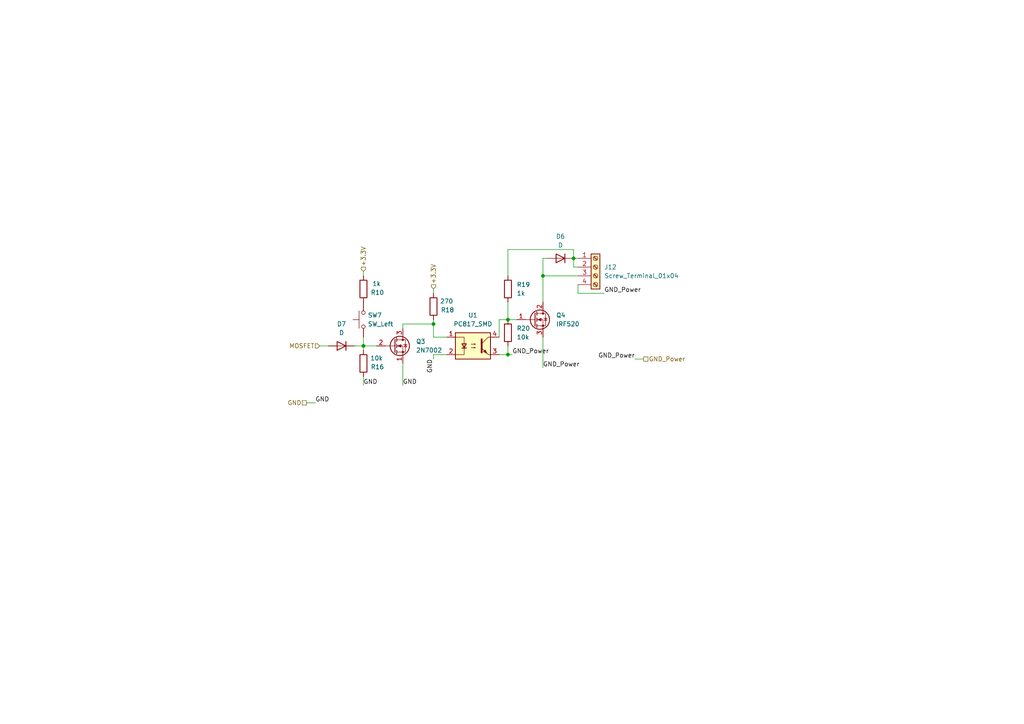
<source format=kicad_sch>
(kicad_sch (version 20231120) (generator "eeschema") (generator_version "8.0")
  (paper "A4")
  (title_block (date "2024-08-29") (rev "1.0") (company "Designed by CREPP-NLG"))
  (lib_symbols
    (symbol "CREPP_Optocoupler:PC817_SMD" (pin_names (offset 1.016))
      (property "Reference" "U" (at -5.08 5.08 0))
      (property "Value" "PC817_SMD" (at 0 5.08 0))
      (symbol "PC817_SMD_0_1"
        (rectangle (start -5.08 3.81) (end 5.08 -3.81) (stroke (width 0.254)) (fill (type background)))
        (polyline (pts (xy -3.175 -0.635) (xy -1.905 -0.635)) (stroke (width 0.254)))
        (polyline (pts (xy 2.54 0.635) (xy 4.445 2.54)))
        (polyline (pts (xy 4.445 -2.54) (xy 2.54 -0.635)) (fill (type outline)))
        (polyline (pts (xy 4.445 -2.54) (xy 5.08 -2.54)))
        (polyline (pts (xy 4.445 2.54) (xy 5.08 2.54)))
        (polyline (pts (xy -5.08 2.54) (xy -2.54 2.54) (xy -2.54 -0.635)))
        (polyline (pts (xy -2.54 -0.635) (xy -2.54 -2.54) (xy -5.08 -2.54)))
        (polyline (pts (xy 2.54 1.905) (xy 2.54 -1.905) (xy 2.54 -1.905)) (stroke (width 0.508)))
        (polyline (pts (xy -2.54 -0.635) (xy -3.175 0.635) (xy -1.905 0.635) (xy -2.54 -0.635)) (stroke (width 0.254)))
        (polyline (pts (xy -0.508 -0.508) (xy 0.762 -0.508) (xy 0.381 -0.635) (xy 0.381 -0.381) (xy 0.762 -0.508)))
        (polyline (pts (xy -0.508 0.508) (xy 0.762 0.508) (xy 0.381 0.381) (xy 0.381 0.635) (xy 0.762 0.508)))
        (polyline (pts (xy 3.048 -1.651) (xy 3.556 -1.143) (xy 4.064 -2.159) (xy 3.048 -1.651) (xy 3.048 -1.651)) (fill (type outline)))
      )
      (symbol "PC817_SMD_1_1"
        (pin passive line (at -7.62 2.54 0) (length 2.54) (name "~") (number "1"))
        (pin passive line (at -7.62 -2.54 0) (length 2.54) (name "~") (number "2"))
        (pin passive line (at 7.62 -2.54 180) (length 2.54) (name "~") (number "3"))
        (pin passive line (at 7.62 2.54 180) (length 2.54) (name "~") (number "4"))
      )
    )
    (symbol "Connector:Screw_Terminal_01x04" (pin_names (offset 1.016) hide)
      (property "Reference" "J" (at 0 5.08 0))
      (property "Value" "Screw_Terminal_01x04" (at 0 -7.62 0))
      (symbol "Screw_Terminal_01x04_1_1"
        (rectangle (start -1.27 3.81) (end 1.27 -6.35) (stroke (width 0.254)) (fill (type background)))
        (circle (center 0 -5.08) (radius 0.635) (stroke (width 0.1524)))
        (circle (center 0 -2.54) (radius 0.635) (stroke (width 0.1524)))
        (polyline (pts (xy -0.5334 -4.7498) (xy 0.3302 -5.588)) (stroke (width 0.1524)))
        (polyline (pts (xy -0.5334 -2.2098) (xy 0.3302 -3.048)) (stroke (width 0.1524)))
        (polyline (pts (xy -0.5334 0.3302) (xy 0.3302 -0.508)) (stroke (width 0.1524)))
        (polyline (pts (xy -0.5334 2.8702) (xy 0.3302 2.032)) (stroke (width 0.1524)))
        (polyline (pts (xy -0.3556 -4.572) (xy 0.508 -5.4102)) (stroke (width 0.1524)))
        (polyline (pts (xy -0.3556 -2.032) (xy 0.508 -2.8702)) (stroke (width 0.1524)))
        (polyline (pts (xy -0.3556 0.508) (xy 0.508 -0.3302)) (stroke (width 0.1524)))
        (polyline (pts (xy -0.3556 3.048) (xy 0.508 2.2098)) (stroke (width 0.1524)))
        (circle (center 0 0) (radius 0.635) (stroke (width 0.1524)))
        (circle (center 0 2.54) (radius 0.635) (stroke (width 0.1524)))
        (pin passive line (at -5.08 2.54 0) (length 3.81) (name "Pin_1") (number "1"))
        (pin passive line (at -5.08 0 0) (length 3.81) (name "Pin_2") (number "2"))
        (pin passive line (at -5.08 -2.54 0) (length 3.81) (name "Pin_3") (number "3"))
        (pin passive line (at -5.08 -5.08 0) (length 3.81) (name "Pin_4") (number "4"))
      )
    )
    (symbol "Device:D" (pin_numbers hide) (pin_names (offset 1.016) hide)
      (property "Reference" "D" (at 0 2.54 0))
      (property "Value" "D" (at 0 -2.54 0))
      (symbol "D_0_1"
        (polyline (pts (xy -1.27 1.27) (xy -1.27 -1.27)) (stroke (width 0.254)))
        (polyline (pts (xy 1.27 0) (xy -1.27 0)))
        (polyline (pts (xy 1.27 1.27) (xy 1.27 -1.27) (xy -1.27 0) (xy 1.27 1.27)) (stroke (width 0.254)))
      )
      (symbol "D_1_1"
        (pin passive line (at -3.81 0 0) (length 2.54) (name "K") (number "1"))
        (pin passive line (at 3.81 0 180) (length 2.54) (name "A") (number "2"))
      )
    )
    (symbol "Device:R" (pin_numbers hide) (pin_names (offset 0))
      (property "Reference" "R" (at 2.032 0 90))
      (property "Value" "R" (at 0 0 90))
      (symbol "R_0_1"
        (rectangle (start -1.016 -2.54) (end 1.016 2.54) (stroke (width 0.254)))
      )
      (symbol "R_1_1"
        (pin passive line (at 0 3.81 270) (length 1.27) (name "~") (number "1"))
        (pin passive line (at 0 -3.81 90) (length 1.27) (name "~") (number "2"))
      )
    )
    (symbol "Switch:SW_Push" (pin_numbers hide) (pin_names (offset 1.016) hide)
      (property "Reference" "SW" (at 1.27 2.54 0))
      (property "Value" "SW_Push" (at 0 -1.524 0))
      (symbol "SW_Push_0_1"
        (circle (center -2.032 0) (radius 0.508))
        (polyline (pts (xy 0 1.27) (xy 0 3.048)))
        (polyline (pts (xy 2.54 1.27) (xy -2.54 1.27)))
        (circle (center 2.032 0) (radius 0.508))
        (pin passive line (at -5.08 0 0) (length 2.54) (name "1") (number "1"))
        (pin passive line (at 5.08 0 180) (length 2.54) (name "2") (number "2"))
      )
    )
    (symbol "Transistor_FET:2N7000" (pin_names hide)
      (property "Reference" "Q" (at 5.08 1.905 0))
      (property "Value" "2N7000" (at 5.08 0 0))
      (symbol "2N7000_0_1"
        (polyline (pts (xy 0.254 0) (xy -2.54 0)))
        (polyline (pts (xy 0.254 1.905) (xy 0.254 -1.905)) (stroke (width 0.254)))
        (polyline (pts (xy 0.762 -1.27) (xy 0.762 -2.286)) (stroke (width 0.254)))
        (polyline (pts (xy 0.762 0.508) (xy 0.762 -0.508)) (stroke (width 0.254)))
        (polyline (pts (xy 0.762 2.286) (xy 0.762 1.27)) (stroke (width 0.254)))
        (polyline (pts (xy 2.54 2.54) (xy 2.54 1.778)))
        (polyline (pts (xy 2.54 -2.54) (xy 2.54 0) (xy 0.762 0)))
        (polyline (pts (xy 0.762 -1.778) (xy 3.302 -1.778) (xy 3.302 1.778) (xy 0.762 1.778)))
        (polyline (pts (xy 1.016 0) (xy 2.032 0.381) (xy 2.032 -0.381) (xy 1.016 0)) (fill (type outline)))
        (polyline (pts (xy 2.794 0.508) (xy 2.921 0.381) (xy 3.683 0.381) (xy 3.81 0.254)))
        (polyline (pts (xy 3.302 0.381) (xy 2.921 -0.254) (xy 3.683 -0.254) (xy 3.302 0.381)))
        (circle (center 1.651 0) (radius 2.794) (stroke (width 0.254)))
        (circle (center 2.54 -1.778) (radius 0.254) (fill (type outline)))
        (circle (center 2.54 1.778) (radius 0.254) (fill (type outline)))
      )
      (symbol "2N7000_1_1"
        (pin passive line (at 2.54 -5.08 90) (length 2.54) (name "S") (number "1"))
        (pin input line (at -5.08 0 0) (length 2.54) (name "G") (number "2"))
        (pin passive line (at 2.54 5.08 270) (length 2.54) (name "D") (number "3"))
      )
    )
    (symbol "Transistor_FET:IRF540N" (pin_names hide)
      (property "Reference" "Q" (at 5.08 1.905 0))
      (property "Value" "IRF540N" (at 5.08 0 0))
      (symbol "IRF540N_0_1"
        (polyline (pts (xy 0.254 0) (xy -2.54 0)))
        (polyline (pts (xy 0.254 1.905) (xy 0.254 -1.905)) (stroke (width 0.254)))
        (polyline (pts (xy 0.762 -1.27) (xy 0.762 -2.286)) (stroke (width 0.254)))
        (polyline (pts (xy 0.762 0.508) (xy 0.762 -0.508)) (stroke (width 0.254)))
        (polyline (pts (xy 0.762 2.286) (xy 0.762 1.27)) (stroke (width 0.254)))
        (polyline (pts (xy 2.54 2.54) (xy 2.54 1.778)))
        (polyline (pts (xy 2.54 -2.54) (xy 2.54 0) (xy 0.762 0)))
        (polyline (pts (xy 0.762 -1.778) (xy 3.302 -1.778) (xy 3.302 1.778) (xy 0.762 1.778)))
        (polyline (pts (xy 1.016 0) (xy 2.032 0.381) (xy 2.032 -0.381) (xy 1.016 0)) (fill (type outline)))
        (polyline (pts (xy 2.794 0.508) (xy 2.921 0.381) (xy 3.683 0.381) (xy 3.81 0.254)))
        (polyline (pts (xy 3.302 0.381) (xy 2.921 -0.254) (xy 3.683 -0.254) (xy 3.302 0.381)))
        (circle (center 1.651 0) (radius 2.794) (stroke (width 0.254)))
        (circle (center 2.54 -1.778) (radius 0.254) (fill (type outline)))
        (circle (center 2.54 1.778) (radius 0.254) (fill (type outline)))
      )
      (symbol "IRF540N_1_1"
        (pin input line (at -5.08 0 0) (length 2.54) (name "G") (number "1"))
        (pin passive line (at 2.54 5.08 270) (length 2.54) (name "D") (number "2"))
        (pin passive line (at 2.54 -5.08 90) (length 2.54) (name "S") (number "3"))
      )
    )
  )
  (junction (at 105.41 100.33))
  (junction (at 147.32 92.71))
  (junction (at 166.37 74.93))
  (junction (at 157.48 80.01))
  (junction (at 147.32 102.87))
  (junction (at 125.73 93.98))
  (wire (pts (xy 147.32 102.87) (xy 144.78 102.87)))
  (wire (pts (xy 166.37 74.93) (xy 166.37 72.39)))
  (wire (pts (xy 147.32 92.71) (xy 149.86 92.71)))
  (wire (pts (xy 167.64 85.09) (xy 167.64 82.55)))
  (wire (pts (xy 125.73 104.14) (xy 125.73 102.87)))
  (wire (pts (xy 167.64 80.01) (xy 157.48 80.01)))
  (wire (pts (xy 125.73 92.71) (xy 125.73 93.98)))
  (wire (pts (xy 166.37 72.39) (xy 147.32 72.39)))
  (wire (pts (xy 92.71 100.33) (xy 95.25 100.33)))
  (wire (pts (xy 148.59 102.87) (xy 147.32 102.87)))
  (wire (pts (xy 105.41 101.6) (xy 105.41 100.33)))
  (wire (pts (xy 147.32 87.63) (xy 147.32 92.71)))
  (wire (pts (xy 157.48 97.79) (xy 157.48 106.68)))
  (wire (pts (xy 125.73 83.82) (xy 125.73 85.09)))
  (wire (pts (xy 102.87 100.33) (xy 105.41 100.33)))
  (wire (pts (xy 157.48 74.93) (xy 157.48 80.01)))
  (wire (pts (xy 88.9 116.84) (xy 91.44 116.84)))
  (wire (pts (xy 125.73 102.87) (xy 129.54 102.87)))
  (wire (pts (xy 167.64 74.93) (xy 166.37 74.93)))
  (wire (pts (xy 116.84 95.25) (xy 116.84 93.98)))
  (wire (pts (xy 144.78 92.71) (xy 147.32 92.71)))
  (wire (pts (xy 125.73 97.79) (xy 125.73 93.98)))
  (wire (pts (xy 184.15 104.14) (xy 186.69 104.14)))
  (wire (pts (xy 147.32 72.39) (xy 147.32 80.01)))
  (wire (pts (xy 144.78 97.79) (xy 144.78 92.71)))
  (wire (pts (xy 166.37 74.93) (xy 166.37 77.47)))
  (wire (pts (xy 147.32 100.33) (xy 147.32 102.87)))
  (wire (pts (xy 116.84 105.41) (xy 116.84 111.76)))
  (wire (pts (xy 157.48 80.01) (xy 157.48 87.63)))
  (wire (pts (xy 175.26 85.09) (xy 167.64 85.09)))
  (wire (pts (xy 105.41 100.33) (xy 109.22 100.33)))
  (wire (pts (xy 105.41 97.79) (xy 105.41 100.33)))
  (wire (pts (xy 166.37 77.47) (xy 167.64 77.47)))
  (wire (pts (xy 105.41 109.22) (xy 105.41 111.76)))
  (wire (pts (xy 125.73 97.79) (xy 129.54 97.79)))
  (wire (pts (xy 105.41 78.74) (xy 105.41 80.01)))
  (wire (pts (xy 116.84 93.98) (xy 125.73 93.98)))
  (wire (pts (xy 158.75 74.93) (xy 157.48 74.93)))
  (label "GND" (at 91.44 116.84 0))
  (label "GND" (at 116.84 111.76 0))
  (label "GND" (at 125.73 104.14 270))
  (label "GND" (at 105.41 111.76 0))
  (label "GND_Power" (at 157.48 106.68 0))
  (label "GND_Power" (at 175.26 85.09 0))
  (label "GND_Power" (at 184.15 104.14 180))
  (label "GND_Power" (at 148.59 102.87 0))
  (hierarchical_label "+3.3V" (shape input) (at 105.41 78.74 90))
  (hierarchical_label "GND" (shape passive) (at 88.9 116.84 180))
  (hierarchical_label "MOSFET" (shape input) (at 92.71 100.33 180))
  (hierarchical_label "+3.3V" (shape input) (at 125.73 83.82 90))
  (hierarchical_label "GND_Power" (shape passive) (at 186.69 104.14 0))
  (symbol (lib_id "Device:R") (at 105.41 105.41 180) (unit 1)
    (property "Reference" "R16" (at 109.474 106.426 0))
    (property "Value" "10k" (at 109.22 103.886 0))
    (property "Footprint" "Resistor_THT:R_Axial_DIN0207_L6.3mm_D2.5mm_P10.16mm_Horizontal" (effects (hide yes)))
    (property "Description" "Resistor" (effects (hide yes)))
  )
  (symbol (lib_id "Transistor_FET:2N7000") (at 114.3 100.33 0) (unit 1)
    (property "Reference" "Q3" (at 120.65 99.0599 0) (effects (justify left)))
    (property "Value" "2N7002" (at 120.65 101.5999 0) (effects (justify left)))
    (property "Footprint" "Package_TO_SOT_THT:TO-92_Inline" (effects (hide yes)))
    (property "Datasheet" "https://www.vishay.com/docs/70226/70226.pdf" (effects (hide yes)))
    (property "Description" "0.2A Id, 200V Vds, N-Channel MOSFET, 2.6V Logic Level, TO-92" (effects (hide yes)))
  )
  (symbol (lib_id "Device:R") (at 105.41 83.82 180) (unit 1)
    (property "Reference" "R10" (at 109.474 84.836 0))
    (property "Value" "1k" (at 109.22 82.296 0))
    (property "Footprint" "Resistor_THT:R_Axial_DIN0207_L6.3mm_D2.5mm_P10.16mm_Horizontal" (effects (hide yes)))
    (property "Description" "Resistor" (effects (hide yes)))
  )
  (symbol (lib_id "CREPP_Optocoupler:PC817_SMD") (at 137.16 100.33 0) (unit 1)
    (property "Reference" "U1" (at 137.16 91.44 0))
    (property "Value" "PC817_SMD" (at 137.16 93.98 0))
    (property "Footprint" "Package_DIP:SMDIP-4_W9.53mm" (effects (hide yes)))
    (property "Datasheet" "http://www.soselectronic.cz/a_info/resource/d/pc817.pdf" (effects (hide yes)))
    (property "Description" "DC Optocoupler, Vce 35V, CTR 50-300%, SMDIP-4" (effects (hide yes)))
  )
  (symbol (lib_id "Switch:SW_Push") (at 105.41 92.71 90) (unit 1)
    (property "Reference" "SW7" (at 106.68 91.4399 90) (effects (justify right)))
    (property "Value" "SW_Left" (at 106.68 93.9799 90) (effects (justify right)))
    (property "Footprint" "Button_Switch_THT:SW_PUSH_6mm" (effects (hide yes)))
    (property "Description" "Push button switch, generic, two pins" (effects (hide yes)))
  )
  (symbol (lib_id "Device:D") (at 162.56 74.93 180) (unit 1)
    (property "Reference" "D6" (at 162.56 68.58 0))
    (property "Value" "D" (at 162.56 71.12 0))
    (property "Footprint" "Diode_THT:D_A-405_P7.62mm_Horizontal" (effects (hide yes)))
    (property "Description" "Diode" (effects (hide yes)))
    (property "Sim.Device" "D" (effects (hide yes)))
    (property "Sim.Pins" "1=K 2=A" (effects (hide yes)))
  )
  (symbol (lib_id "Transistor_FET:IRF540N") (at 154.94 92.71 0) (unit 1)
    (property "Reference" "Q4" (at 161.29 91.4399 0) (effects (justify left)))
    (property "Value" "IRF520" (at 161.29 93.9799 0) (effects (justify left)))
    (property "Footprint" "Package_TO_SOT_THT:TO-220-3_Vertical" (effects (hide yes)))
    (property "Datasheet" "http://www.irf.com/product-info/datasheets/data/irf540n.pdf" (effects (hide yes)))
    (property "Description" "33A Id, 100V Vds, HEXFET N-Channel MOSFET, TO-220" (effects (hide yes)))
  )
  (symbol (lib_id "Device:R") (at 147.32 96.52 0) (unit 1)
    (property "Reference" "R20" (at 149.86 95.2499 0) (effects (justify left)))
    (property "Value" "10k" (at 149.86 97.7899 0) (effects (justify left)))
    (property "Footprint" "Resistor_THT:R_Axial_DIN0207_L6.3mm_D2.5mm_P10.16mm_Horizontal" (effects (hide yes)))
    (property "Description" "Resistor" (effects (hide yes)))
  )
  (symbol (lib_id "Device:R") (at 147.32 83.82 0) (unit 1)
    (property "Reference" "R19" (at 149.86 82.5499 0) (effects (justify left)))
    (property "Value" "1k" (at 149.86 85.0899 0) (effects (justify left)))
    (property "Footprint" "Resistor_THT:R_Axial_DIN0207_L6.3mm_D2.5mm_P10.16mm_Horizontal" (effects (hide yes)))
    (property "Description" "Resistor" (effects (hide yes)))
  )
  (symbol (lib_id "Connector:Screw_Terminal_01x04") (at 172.72 77.47 0) (unit 1)
    (property "Reference" "J12" (at 175.26 77.4699 0) (effects (justify left)))
    (property "Value" "Screw_Terminal_01x04" (at 175.26 80.0099 0) (effects (justify left)))
    (property "Footprint" "TerminalBlock_Phoenix:TerminalBlock_Phoenix_MKDS-1,5-4-5.08_1x04_P5.08mm_Horizontal" (effects (hide yes)))
    (property "Description" "Generic screw terminal, single row, 01x04, script generated (kicad-library-utils/schlib/autogen/connector/)" (effects (hide yes)))
  )
  (symbol (lib_id "Device:R") (at 125.73 88.9 180) (unit 1)
    (property "Reference" "R18" (at 129.794 89.916 0))
    (property "Value" "270" (at 129.54 87.376 0))
    (property "Footprint" "Resistor_THT:R_Axial_DIN0207_L6.3mm_D2.5mm_P10.16mm_Horizontal" (effects (hide yes)))
    (property "Description" "Resistor" (effects (hide yes)))
  )
  (symbol (lib_id "Device:D") (at 99.06 100.33 180) (unit 1)
    (property "Reference" "D7" (at 99.06 93.98 0))
    (property "Value" "D" (at 99.06 96.52 0))
    (property "Footprint" "Diode_THT:D_A-405_P7.62mm_Horizontal" (effects (hide yes)))
    (property "Description" "Diode" (effects (hide yes)))
    (property "Sim.Device" "D" (effects (hide yes)))
    (property "Sim.Pins" "1=K 2=A" (effects (hide yes)))
  )
)
</source>
